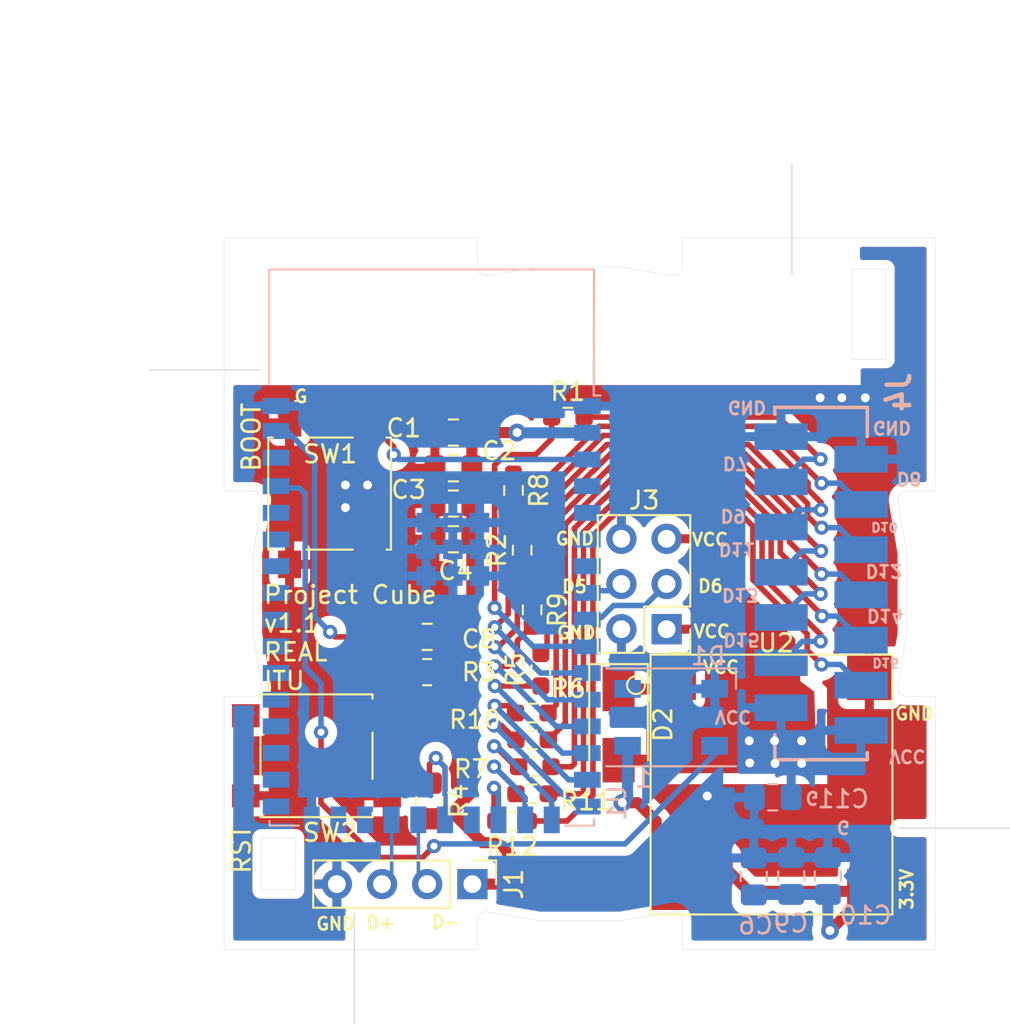
<source format=kicad_pcb>
(kicad_pcb (version 20211014) (generator pcbnew)
  (layers (0 "F.Cu" signal) (31 "B.Cu" signal) (34 "B.Paste" user) (35 "F.Paste" user) (36 "B.SilkS" user "B.Silkscreen") (37 "F.SilkS" user "F.Silkscreen") (38 "B.Mask" user) (39 "F.Mask" user) (44 "Edge.Cuts" user))
  (net 0 "")
  (net 1 "+3V3")
  (net 2 "GND")
  (net 3 "/Vin")
  (net 4 "/RESET")
  (net 5 "/NEOPIX")
  (net 7 "/D+")
  (net 8 "/D-")
  (net 9 "/D5")
  (net 10 "/D6")
  (net 11 "/D7")
  (net 12 "/D8")
  (net 13 "/D9")
  (net 14 "/D10")
  (net 15 "/D11")
  (net 16 "/D12")
  (net 17 "/BOOT0")
  (net 18 "/PSRAMCS")
  (net 19 "/SDA")
  (net 20 "/SCL")
  (net 21 "/MOSI")
  (net 22 "/SCK")
  (net 23 "/MISO")
  (net 24 "/IO38_DBLTAP")
  (net 25 "/TCK")
  (net 26 "/TDO")
  (net 27 "/TDI")
  (net 28 "/TMS_D42")
  (net 29 "/TXD0")
  (net 30 "/RXD0")
  (net 31 "/AD5")
  (net 32 "/AD4")
  (net 33 "/AD3")
  (net 34 "/AD2")
  (net 35 "/D21")
  (net 36 "/AD1")
  (net 37 "/AD0")
  (net 38 "/D16")
  (net 39 "/D15")
  (net 40 "/D14")
  (net 41 "/D13")
  (net 43 "Net-(D2-Pad1)")
  (net 45 "Net-(J4-Pad3)")
  (net 46 "Net-(J4-Pad4)")
  (net 47 "Net-(J4-Pad5)")
  (net 48 "Net-(J4-Pad6)")
  (net 49 "Net-(J4-Pad7)")
  (net 50 "Net-(J4-Pad8)")
  (net 51 "Net-(J4-Pad9)")
  (net 52 "Net-(J4-Pad10)")
  (net 53 "Net-(J4-Pad11)")
  (net 54 "Net-(J4-Pad12)")
  (footprint "Resistor_SMD:R_0805_2012Metric_Pad1.20x1.40mm_HandSolder" (layer "F.Cu") (at 211.328 74.422 180)
    (fp_text reference "R3")
    (fp_text value "10k")
  )
  (footprint "Capacitor_SMD:C_0805_2012Metric_Pad1.18x1.45mm_HandSolder" (layer "F.Cu") (at 211.328 72.4408)
    (fp_text reference "C8")
    (fp_text value "1u")
  )
  (footprint "Connector_PinHeader_2.54mm:PinHeader_2x03_P2.54mm_Vertical" (layer "F.Cu") (at 224.79 72.009 180)
    (fp_text reference "J3")
    (fp_text value "Conn_02x03_Odd_Even")
  )
  (footprint "Capacitor_SMD:C_0805_2012Metric_Pad1.18x1.45mm_HandSolder" (layer "F.Cu") (at 212.8012 66.9544 180)
    (fp_text reference "C4")
    (fp_text value "10u")
  )
  (footprint "Capacitor_SMD:C_0805_2012Metric_Pad1.18x1.45mm_HandSolder" (layer "F.Cu") (at 212.8012 62.9666 180)
    (fp_text reference "C2")
    (fp_text value "10u")
  )
  (footprint "Capacitor_SMD:C_0805_2012Metric_Pad1.18x1.45mm_HandSolder" (layer "F.Cu") (at 212.8012 60.96 180)
    (fp_text reference "C1")
    (fp_text value "10u")
  )
  (footprint "Button_Switch_SMD:SW_SPST_B3S-1000" (layer "F.Cu") (at 205.8416 64.389 90)
    (fp_text reference "SW1")
    (fp_text value "SW_Push")
  )
  (footprint "Button_Switch_SMD:SW_SPST_B3S-1000" (layer "F.Cu") (at 205.105 79.121 180)
    (fp_text reference "SW2")
    (fp_text value "SW_Push")
  )
  (footprint "Resistor_SMD:R_0805_2012Metric_Pad1.20x1.40mm_HandSolder" (layer "F.Cu") (at 211.455 81.661 -90)
    (fp_text reference "R4")
    (fp_text value "10k")
  )
  (footprint "Capacitor_SMD:C_0805_2012Metric_Pad1.18x1.45mm_HandSolder" (layer "F.Cu") (at 212.8012 64.9478 180)
    (fp_text reference "C3")
    (fp_text value "10u")
  )
  (footprint "Resistor_SMD:R_0603_1608Metric_Pad0.98x0.95mm_HandSolder" (layer "F.Cu") (at 217.38 79.74 180)
    (fp_text reference "R11")
    (fp_text value "500")
  )
  (footprint "Resistor_SMD:R_0603_1608Metric_Pad0.98x0.95mm_HandSolder" (layer "F.Cu") (at 216.18 64.21 -90)
    (fp_text reference "R8")
    (fp_text value "500")
  )
  (footprint "Resistor_SMD:R_0603_1608Metric_Pad0.98x0.95mm_HandSolder" (layer "F.Cu") (at 217.72 74.29 90)
    (fp_text reference "R5")
    (fp_text value "500")
  )
  (footprint "Resistor_SMD:R_0603_1608Metric_Pad0.98x0.95mm_HandSolder" (layer "F.Cu") (at 219.24 60.09)
    (fp_text reference "R1")
    (fp_text value "500")
  )
  (footprint "Connector_PinHeader_2.54mm:PinHeader_1x04_P2.54mm_Vertical" (layer "F.Cu") (at 213.868 86.3346 -90)
    (fp_text reference "J1")
    (fp_text value "Conn_01x04_Male")
  )
  (footprint "Resistor_SMD:R_0603_1608Metric_Pad0.98x0.95mm_HandSolder" (layer "F.Cu") (at 217.23 81.26)
    (fp_text reference "R7")
    (fp_text value "500")
  )
  (footprint "Resistor_SMD:R_0603_1608Metric_Pad0.98x0.95mm_HandSolder" (layer "F.Cu") (at 216.67 67.57 90)
    (fp_text reference "R2")
    (fp_text value "500")
  )
  (footprint "Resistor_SMD:R_0603_1608Metric_Pad0.98x0.95mm_HandSolder" (layer "F.Cu") (at 216.1 82.79 180)
    (fp_text reference "R12")
    (fp_text value "500")
  )
  (footprint "Custom:K7803JT-500R3-SMD" (layer "F.Cu") (at 230.69 80.74)
    (fp_text reference "U2")
    (fp_text value "K78xxJT-500R3")
  )
  (footprint "Diode_SMD:D_SMA" (layer "F.Cu") (at 222.09 77.37 -90)
    (fp_text reference "D2")
    (fp_text value "D_Schottky")
  )
  (footprint "Resistor_SMD:R_0603_1608Metric_Pad0.98x0.95mm_HandSolder" (layer "F.Cu") (at 217.23 78.23)
    (fp_text reference "R6")
    (fp_text value "500")
  )
  (footprint "Resistor_SMD:R_0603_1608Metric_Pad0.98x0.95mm_HandSolder" (layer "F.Cu") (at 217.23 70.9225 -90)
    (fp_text reference "R9")
    (fp_text value "500")
  )
  (footprint "Resistor_SMD:R_0603_1608Metric_Pad0.98x0.95mm_HandSolder" (layer "F.Cu") (at 217.21 76.72 180)
    (fp_text reference "R10")
    (fp_text value "500")
  )
  (footprint "Capacitor_SMD:C_0805_2012Metric_Pad1.18x1.45mm_HandSolder" (layer "B.Cu") (at 231.8004 85.8774 90)
    (fp_text reference "C9")
    (fp_text value "22u")
  )
  (footprint "LED_SMD:LED_WS2812B_PLCC4_5.0x5.0mm_P3.2mm" (layer "B.Cu") (at 225.044 76.962)
    (fp_text reference "D1")
    (fp_text value "WS2812B")
  )
  (footprint "Capacitor_SMD:C_0805_2012Metric_Pad1.18x1.45mm_HandSolder" (layer "B.Cu") (at 229.6922 85.9028 90)
    (fp_text reference "C6")
    (fp_text value "0.1u")
  )
  (footprint "Custom:TE_Micromatch_2,54_14_SMD" (layer "B.Cu") (at 233.4768 69.4436 -90)
    (fp_text reference "J4")
    (fp_text value "Conn_02x07_Odd_Even" hide)
  )
  (footprint "Capacitor_SMD:C_0805_2012Metric_Pad1.18x1.45mm_HandSolder" (layer "B.Cu") (at 230.759 81.4578 180)
    (fp_text reference "C11")
    (fp_text value "10u")
  )
  (footprint "Capacitor_SMD:C_0805_2012Metric_Pad1.18x1.45mm_HandSolder" (layer "B.Cu") (at 233.8578 85.8774 90)
    (fp_text reference "C10")
    (fp_text value "22u")
  )
  (footprint "Custom:ESP32-S2-WROVER" (layer "B.Cu") (at 211.582 71.247 180)
    (fp_text reference "U1")
    (fp_text value "ESP32-S2-WROVER")
  )
  (gr_line (start 202.0062 83.7518) (end 203.9112 83.7518) (layer "Edge.Cuts") (width 0.02))
  (gr_line (start 203.9112 86.6518) (end 203.9112 83.7518) (layer "Edge.Cuts") (width 0.02))
  (gr_line (start 235.204 51.7652) (end 237.109 51.7652) (layer "Edge.Cuts") (width 0.02))
  (gr_line (start 237.109 51.7652) (end 237.109 56.8452) (layer "Edge.Cuts") (width 0.02))
  (gr_line (start 235.204 51.7652) (end 235.204 56.8452) (layer "Edge.Cuts") (width 0.02))
  (gr_line (start 237.109 56.8452) (end 235.204 56.8452) (layer "Edge.Cuts") (width 0.02))
  (gr_arc (start 225.677799 51.641949) (mid 225.500568 52.023865) (end 225.094466 52.135008) (layer "Edge.Cuts") (width 0.02))
  (gr_line (start 225.095666 52.135008) (end 222.179 51.642001) (layer "Edge.Cuts") (width 0.02))
  (gr_line (start 201.539715 72.28129) (end 202.032721 75.197957) (layer "Edge.Cuts") (width 0.02))
  (gr_arc (start 237.795511 64.836099) (mid 237.906611 64.429986) (end 238.288509 64.252715) (layer "Edge.Cuts") (width 0.02))
  (gr_line (start 217.650429 88.392001) (end 222.179004 88.392001) (layer "Edge.Cuts") (width 0.02))
  (gr_line (start 201.539715 67.752715) (end 201.539715 72.28129) (layer "Edge.Cuts") (width 0.02))
  (gr_line (start 222.179 51.642001) (end 217.650425 51.642001) (layer "Edge.Cuts") (width 0.02))
  (gr_line (start 238.289715 67.752712) (end 237.796708 64.836045) (layer "Edge.Cuts") (width 0.02))
  (gr_arc (start 202.031507 75.197903) (mid 201.920407 75.604016) (end 201.538509 75.781287) (layer "Edge.Cuts") (width 0.02))
  (gr_line (start 202.032721 64.836049) (end 201.539715 67.752715) (layer "Edge.Cuts") (width 0.02))
  (gr_arc (start 214.732608 52.135003) (mid 214.325729 52.023255) (end 214.149224 51.64) (layer "Edge.Cuts") (width 0.02))
  (gr_line (start 214.733762 87.898994) (end 217.650429 88.392001) (layer "Edge.Cuts") (width 0.02))
  (gr_line (start 238.289715 72.281287) (end 238.289715 67.752712) (layer "Edge.Cuts") (width 0.02))
  (gr_line (start 222.179004 88.392001) (end 225.095671 87.898994) (layer "Edge.Cuts") (width 0.02))
  (gr_arc (start 201.538458 64.252712) (mid 201.920374 64.429944) (end 202.031516 64.836046) (layer "Edge.Cuts") (width 0.02))
  (gr_line (start 237.796708 75.197954) (end 238.289715 72.281287) (layer "Edge.Cuts") (width 0.02))
  (gr_arc (start 214.149221 88.392052) (mid 214.326453 88.010137) (end 214.732554 87.898995) (layer "Edge.Cuts") (width 0.02))
  (gr_arc (start 225.094411 87.899003) (mid 225.500524 88.010103) (end 225.677795 88.392001) (layer "Edge.Cuts") (width 0.02))
  (gr_arc (start 238.288561 75.781289) (mid 237.906645 75.604058) (end 237.795503 75.197957) (layer "Edge.Cuts") (width 0.02))
  (gr_line (start 217.650425 51.642001) (end 214.733759 52.135008) (layer "Edge.Cuts") (width 0.02))
  (gr_line (start 237.87 83.1885) (end 244.093 83.1885) (layer "Edge.Cuts") (width 0.05588))
  (gr_line (start 238.289714 64.252715) (end 239.914714 64.252715) (layer "Edge.Cuts") (width 0.02))
  (gr_line (start 201.539715 75.781286) (end 199.914715 75.781286) (layer "Edge.Cuts") (width 0.02))
  (gr_line (start 199.914715 50.017001) (end 199.914715 64.252715) (layer "Edge.Cuts") (width 0.02))
  (gr_line (start 239.914714 50.017001) (end 225.679 50.017001) (layer "Edge.Cuts") (width 0.02))
  (gr_line (start 199.914715 75.781286) (end 199.914715 90.017) (layer "Edge.Cuts") (width 0.02))
  (gr_line (start 225.679 90.017) (end 239.914714 90.017) (layer "Edge.Cuts") (width 0.02))
  (gr_line (start 231.8385 52.07) (end 231.8385 45.847) (layer "Edge.Cuts") (width 0.05588))
  (gr_line (start 214.149224 51.64) (end 214.150426 50.017001) (layer "Edge.Cuts") (width 0.02))
  (gr_line (start 239.914714 75.78128) (end 238.289714 75.78129) (layer "Edge.Cuts") (width 0.02))
  (gr_line (start 214.150426 90.017) (end 214.150426 88.392) (layer "Edge.Cuts") (width 0.02))
  (gr_line (start 214.150426 50.017001) (end 199.914715 50.017001) (layer "Edge.Cuts") (width 0.02))
  (gr_line (start 199.914715 64.252715) (end 201.539715 64.252711) (layer "Edge.Cuts") (width 0.02))
  (gr_line (start 239.914714 64.252715) (end 239.914714 50.017001) (layer "Edge.Cuts") (width 0.02))
  (gr_line (start 239.914714 90.017) (end 239.914714 75.78128) (layer "Edge.Cuts") (width 0.02))
  (gr_line (start 199.914715 90.017) (end 214.150426 90.017) (layer "Edge.Cuts") (width 0.02))
  (gr_line (start 202.0062 86.6518) (end 203.9112 86.6518) (layer "Edge.Cuts") (width 0.02))
  (gr_line (start 225.679 50.017001) (end 225.679003 51.642001) (layer "Edge.Cuts") (width 0.02))
  (gr_line (start 202.0062 83.7518) (end 202.0062 86.6518) (layer "Edge.Cuts") (width 0.02))
  (gr_line (start 225.679 88.392) (end 225.679 90.017) (layer "Edge.Cuts") (width 0.02))
  (gr_line (start 201.97 57.4315) (end 195.747 57.4315) (layer "Edge.Cuts") (width 0.05588))
  (gr_line (start 207.2315 87.96) (end 207.2315 94.183) (layer "Edge.Cuts") (width 0.05588))
  (gr_text "VCC" (at 238.3282 79.1464 180) (layer "B.SilkS") (effects (font (size 0.7 0.7)) (justify mirror)))
  (gr_text "D7" (at 228.6508 62.6872 180) (layer "B.SilkS") (effects (font (size 0.7 0.7)) (justify mirror)))
  (gr_text "D16" (at 237.109 73.8886 180) (layer "B.SilkS") (effects (font (size 0.5 0.5) (thickness 0.125)) (justify mirror)))
  (gr_text "G" (at 234.7214 83.1342 180) (layer "B.SilkS") (effects (font (size 0.7 0.7)) (justify mirror)))
  (gr_text "VCC" (at 228.5238 76.9366 180) (layer "B.SilkS") (effects (font (size 0.7 0.7)) (justify mirror)))
  (gr_text "D10" (at 237.04 66.26 180) (layer "B.SilkS") (effects (font (size 0.5 0.5) (thickness 0.125)) (justify mirror)))
  (gr_text "D11" (at 228.7524 67.5132 180) (layer "B.SilkS") (effects (font (size 0.7 0.7)) (justify mirror)))
  (gr_text "D9" (at 228.5238 65.6336 180) (layer "B.SilkS") (effects (font (size 0.7 0.7)) (justify mirror)))
  (gr_text "D8" (at 238.4298 63.5508 180) (layer "B.SilkS") (effects (font (size 0.7 0.7)) (justify mirror)))
  (gr_text "D14" (at 237.0836 71.247 180) (layer "B.SilkS") (effects (font (size 0.7 0.7)) (justify mirror)))
  (gr_text "D12" (at 237.0074 68.7324 180) (layer "B.SilkS") (effects (font (size 0.7 0.7)) (justify mirror)))
  (gr_text "D13" (at 228.9302 70.0786 180) (layer "B.SilkS") (effects (font (size 0.7 0.7)) (justify mirror)))
  (gr_text "GND" (at 229.3112 59.5376 180) (layer "B.SilkS") (effects (font (size 0.7 0.7)) (justify mirror)))
  (gr_text "GND" (at 237.4646 60.6806 180) (layer "B.SilkS") (effects (font (size 0.7 0.7)) (justify mirror)))
  (gr_text "D15" (at 229.0064 72.5932 180) (layer "B.SilkS") (effects (font (size 0.7 0.7)) (justify mirror)))
  (gr_text "G" (at 232.9688 81.4832 180) (layer "B.SilkS") (effects (font (size 0.7 0.7)) (justify mirror)))
  (gr_text "D5" (at 219.6084 69.6214) (layer "F.SilkS") (effects (font (size 0.7 0.7))))
  (gr_text "VCC" (at 227.2284 66.9798) (layer "F.SilkS") (effects (font (size 0.7 0.7))))
  (gr_text "D+" (at 208.7118 88.519) (layer "F.SilkS") (effects (font (size 0.7 0.7))))
  (gr_text "D-" (at 212.3694 88.4682) (layer "F.SilkS") (effects (font (size 0.7 0.7))))
  (gr_text "G" (at 204.23 58.93) (layer "F.SilkS") (effects (font (size 0.7 0.7))))
  (gr_text "D6" (at 227.2538 69.596) (layer "F.SilkS") (effects (font (size 0.7 0.7))))
  (gr_text "GND" (at 219.71 72.2122) (layer "F.SilkS") (effects (font (size 0.7 0.7))))
  (gr_text "Project Cube\nv1.1\nREAL\nITU" (at 202.05 72.49) (layer "F.SilkS") (effects (font (size 1 1)) (justify left)))
  (gr_text "3.3V" (at 238.3 86.62 90) (layer "F.SilkS") (effects (font (size 0.7 0.7))))
  (gr_text "VCC" (at 227.33 72.136) (layer "F.SilkS") (effects (font (size 0.7 0.7))))
  (gr_text "GND" (at 238.73 76.76) (layer "F.SilkS") (effects (font (size 0.7 0.7))))
  (gr_text "RST" (at 200.89 84.39 90) (layer "F.SilkS") (effects (font (size 1 1))))
  (gr_text "GND" (at 219.6338 66.929) (layer "F.SilkS") (effects (font (size 0.7 0.7))))
  (gr_text "VCC" (at 227.85 74.15) (layer "F.SilkS") (effects (font (size 0.7 0.7))))
  (gr_text "GND" (at 206.1718 88.5698) (layer "F.SilkS") (effects (font (size 0.7 0.7))))
  (gr_text "BOOT" (at 201.44 61.22 90) (layer "F.SilkS") (effects (font (size 1 1))))
  (segment (start 223.1644 81.7626) (end 222.3008 81.7626) (width 0.625) (layer "F.Cu") (net 1))
  (segment (start 222.7072 86.6648) (end 222.3008 87.0712) (width 0.625) (layer "F.Cu") (net 1))
  (segment (start 224.204978 84.201) (end 224.204978 82.803178) (width 0.625) (layer "F.Cu") (net 1))
  (segment (start 233.9792 88.9508) (end 236.19 86.74) (width 0.625) (layer "F.Cu") (net 1))
  (segment (start 211.455 82.661) (end 212.36 82.661) (width 0.625) (layer "F.Cu") (net 1))
  (segment (start 228.1936 85.5218) (end 228.1936 84.7852) (width 0.625) (layer "F.Cu") (net 1))
  (segment (start 212.725 82.296) (end 213.8387 81.1823) (width 0.625) (layer "F.Cu") (net 1))
  (segment (start 227.6094 84.201) (end 224.204978 84.201) (width 0.625) (layer "F.Cu") (net 1))
  (segment (start 236.19 86.74) (end 229.4118 86.74) (width 0.625) (layer "F.Cu") (net 1))
  (segment (start 213.8387 62.9666) (end 213.8387 64.9478) (width 0.625) (layer "F.Cu") (net 1))
  (segment (start 217.2462 87.0712) (end 216.3064 86.1314) (width 0.625) (layer "F.Cu") (net 1))
  (segment (start 216.1032 86.3346) (end 216.3064 86.1314) (width 0.625) (layer "F.Cu") (net 1))
  (segment (start 213.8387 74.3497) (end 213.8387 66.9544) (width 0.625) (layer "F.Cu") (net 1))
  (segment (start 213.8387 64.9478) (end 213.8387 66.9544) (width 0.625) (layer "F.Cu") (net 1))
  (segment (start 224.204978 82.803178) (end 223.1644 81.7626) (width 0.625) (layer "F.Cu") (net 1))
  (segment (start 228.1936 84.7852) (end 227.6094 84.201) (width 0.625) (layer "F.Cu") (net 1))
  (segment (start 229.4118 86.74) (end 228.1936 85.5218) (width 0.625) (layer "F.Cu") (net 1))
  (segment (start 212.36 82.661) (end 212.725 82.296) (width 0.625) (layer "F.Cu") (net 1))
  (segment (start 212.328 74.422) (end 213.7664 74.422) (width 0.625) (layer "F.Cu") (net 1))
  (segment (start 216.3064 85.0392) (end 215.27169 84.00449) (width 0.625) (layer "F.Cu") (net 1))
  (segment (start 222.3008 87.0712) (end 217.2462 87.0712) (width 0.625) (layer "F.Cu") (net 1))
  (segment (start 213.8387 81.1823) (end 213.8387 74.3497) (width 0.625) (layer "F.Cu") (net 1))
  (segment (start 213.8387 60.96) (end 213.8387 62.9666) (width 0.625) (layer "F.Cu") (net 1))
  (segment (start 222.7072 85.698778) (end 222.7072 86.6648) (width 0.625) (layer "F.Cu") (net 1))
  (segment (start 215.27169 84.00449) (end 214.43349 84.00449) (width 0.625) (layer "F.Cu") (net 1))
  (segment (start 216.3826 60.96) (end 213.8387 60.96) (width 0.625) (layer "F.Cu") (net 1))
  (segment (start 213.7664 74.422) (end 213.8387 74.3497) (width 0.625) (layer "F.Cu") (net 1))
  (segment (start 213.868 86.3346) (end 216.1032 86.3346) (width 0.625) (layer "F.Cu") (net 1))
  (segment (start 224.204978 84.201) (end 222.7072 85.698778) (width 0.625) (layer "F.Cu") (net 1))
  (segment (start 214.43349 84.00449) (end 212.725 82.296) (width 0.625) (layer "F.Cu") (net 1))
  (segment (start 216.3064 86.1314) (end 216.3064 85.0392) (width 0.625) (layer "F.Cu") (net 1))
  (via (at 216.3826 60.96) (size 1) (drill 0.5) (layers "F.Cu" "B.Cu") (net 1))
  (via (at 222.3008 81.7626) (size 1) (drill 0.5) (layers "F.Cu" "B.Cu") (net 1))
  (via (at 233.9792 88.9508) (size 1) (drill 0.5) (layers "F.Cu" "B.Cu") (net 1))
  (segment (start 233.8578 86.9149) (end 231.8004 86.9149) (width 0.625) (layer "B.Cu") (net 1))
  (segment (start 233.8578 86.9149) (end 233.8578 88.8294) (width 0.625) (layer "B.Cu") (net 1))
  (segment (start 222.594 81.4694) (end 222.3008 81.7626) (width 0.625) (layer "B.Cu") (net 1))
  (segment (start 229.7176 86.9149) (end 229.6922 86.9403) (width 0.625) (layer "B.Cu") (net 1))
  (segment (start 222.594 78.562) (end 222.594 81.4694) (width 0.625) (layer "B.Cu") (net 1))
  (segment (start 220.332 60.972) (end 216.3946 60.972) (width 0.625) (layer "B.Cu") (net 1))
  (segment (start 220.092 60.96) (end 220.207 60.845) (width 0.625) (layer "B.Cu") (net 1))
  (segment (start 233.8578 88.8294) (end 233.9792 88.9508) (width 0.625) (layer "B.Cu") (net 1))
  (segment (start 216.3946 60.972) (end 216.3826 60.96) (width 0.625) (layer "B.Cu") (net 1))
  (segment (start 220.207 60.972) (end 220.171499 60.936499) (width 0.625) (layer "B.Cu") (net 1))
  (segment (start 231.8004 86.9149) (end 229.7176 86.9149) (width 0.625) (layer "B.Cu") (net 1))
  (via (at 234.6452 59.0042) (size 1) (drill 0.5) (layers "F.Cu" "B.Cu") (net 2))
  (via (at 227.076 81.3816) (size 1) (drill 0.5) (layers "F.Cu" "B.Cu") (net 2))
  (via (at 233.426 59.0042) (size 1) (drill 0.5) (layers "F.Cu" "B.Cu") (net 2))
  (via (at 207.9752 63.9064) (size 1) (drill 0.5) (layers "F.Cu" "B.Cu") (net 2))
  (via (at 206.7306 63.9064) (size 1) (drill 0.5) (layers "F.Cu" "B.Cu") (net 2))
  (via (at 235.966 59.0042) (size 1) (drill 0.5) (layers "F.Cu" "B.Cu") (net 2))
  (via (at 206.7306 65.1764) (size 1) (drill 0.5) (layers "F.Cu" "B.Cu") (net 2))
  (segment (start 222.09 79.37) (end 224.4 79.37) (width 0.625) (layer "F.Cu") (net 3))
  (segment (start 224.4 79.37) (end 225.32 78.45) (width 0.625) (layer "F.Cu") (net 3))
  (segment (start 229.2858 79.375) (end 229.4382 79.5274) (width 0.625) (layer "F.Cu") (net 3))
  (via (at 232.3846 78.2828) (size 1) (drill 0.5) (layers "F.Cu" "B.Cu") (net 3))
  (via (at 230.8606 78.2828) (size 1) (drill 0.5) (layers "F.Cu" "B.Cu") (net 3))
  (via (at 229.4636 79.5274) (size 1) (drill 0.5) (layers "F.Cu" "B.Cu") (net 3))
  (via (at 229.4382 78.2828) (size 1) (drill 0.5) (layers "F.Cu" "B.Cu") (net 3))
  (via (at 230.886 79.5528) (size 1) (drill 0.5) (layers "F.Cu" "B.Cu") (net 3))
  (via (at 232.3846 79.5528) (size 1) (drill 0.5) (layers "F.Cu" "B.Cu") (net 3))
  (segment (start 209.08 76.871) (end 209.08 75.67) (width 0.3125) (layer "F.Cu") (net 4))
  (segment (start 209.08 75.67) (end 210.328 74.422) (width 0.3125) (layer "F.Cu") (net 4))
  (segment (start 210.2905 72.4408) (end 206.1464 72.4408) (width 0.3125) (layer "F.Cu") (net 4))
  (segment (start 206.1464 72.4408) (end 205.867 72.1614) (width 0.3125) (layer "F.Cu") (net 4))
  (segment (start 210.2905 72.4408) (end 210.2905 74.3845) (width 0.3125) (layer "F.Cu") (net 4))
  (segment (start 210.2905 74.3845) (end 210.328 74.422) (width 0.3125) (layer "F.Cu") (net 4))
  (via (at 205.867 72.1614) (size 0.8) (drill 0.4) (layers "F.Cu" "B.Cu") (net 4))
  (segment (start 205.0034 62.4332) (end 203.4422 60.872) (width 0.3125) (layer "B.Cu") (net 4))
  (segment (start 205.867 72.1614) (end 205.0034 71.2978) (width 0.3125) (layer "B.Cu") (net 4))
  (segment (start 203.4422 60.872) (end 202.832 60.872) (width 0.3125) (layer "B.Cu") (net 4))
  (segment (start 205.0034 71.2978) (end 205.0034 62.4332) (width 0.3125) (layer "B.Cu") (net 4))
  (segment (start 205.359 81.788) (end 208.407 84.836) (width 0.3125) (layer "F.Cu") (net 5))
  (segment (start 208.407 84.836) (end 211.074 84.836) (width 0.3125) (layer "F.Cu") (net 5))
  (segment (start 205.359 81.788) (end 205.359 77.8002) (width 0.3125) (layer "F.Cu") (net 5))
  (segment (start 211.074 84.836) (end 211.709 84.201) (width 0.3125) (layer "F.Cu") (net 5))
  (via (at 211.709 84.201) (size 0.8) (drill 0.4) (layers "F.Cu" "B.Cu") (net 5))
  (via (at 205.359 77.8002) (size 0.8) (drill 0.4) (layers "F.Cu" "B.Cu") (net 5))
  (segment (start 205.359 75.057) (end 204.47 74.168) (width 0.3125) (layer "B.Cu") (net 5))
  (segment (start 205.359 77.8002) (end 205.359 75.057) (width 0.3125) (layer "B.Cu") (net 5))
  (segment (start 202.957 64.072) (end 204.1465 64.072) (width 0.3125) (layer "B.Cu") (net 5))
  (segment (start 211.709 84.201) (end 211.836 84.074) (width 0.3125) (layer "B.Cu") (net 5))
  (segment (start 227.494 79.0332) (end 227.494 78.562) (width 0.3125) (layer "B.Cu") (net 5))
  (segment (start 211.836 84.074) (end 222.4532 84.074) (width 0.3125) (layer "B.Cu") (net 5))
  (segment (start 204.47 64.3955) (end 204.47 74.168) (width 0.3125) (layer "B.Cu") (net 5))
  (segment (start 204.1465 64.072) (end 204.47 64.3955) (width 0.3125) (layer "B.Cu") (net 5))
  (segment (start 222.4532 84.074) (end 227.494 79.0332) (width 0.3125) (layer "B.Cu") (net 5))
  (segment (start 209.332 85.7906) (end 208.788 86.3346) (width 0.2) (layer "B.Cu") (net 7))
  (segment (start 209.332 82.722) (end 209.332 85.7906) (width 0.2) (layer "B.Cu") (net 7))
  (segment (start 210.832 82.722) (end 210.832 85.8386) (width 0.2) (layer "B.Cu") (net 8))
  (segment (start 210.832 85.8386) (end 211.328 86.3346) (width 0.2) (layer "B.Cu") (net 8))
  (segment (start 220.207 69.845) (end 221.874 69.845) (width 0.3125) (layer "B.Cu") (net 9))
  (segment (start 221.874 69.845) (end 222.25 69.469) (width 0.3125) (layer "B.Cu") (net 9))
  (segment (start 223.583749 70.675251) (end 224.79 69.469) (width 0.3125) (layer "B.Cu") (net 10))
  (segment (start 221.805749 70.675251) (end 223.583749 70.675251) (width 0.3125) (layer "B.Cu") (net 10))
  (segment (start 221.136 71.345) (end 221.805749 70.675251) (width 0.3125) (layer "B.Cu") (net 10))
  (segment (start 220.207 71.345) (end 221.136 71.345) (width 0.3125) (layer "B.Cu") (net 10))
  (segment (start 215.71 62.2) (end 217.43 62.2) (width 0.3125) (layer "F.Cu") (net 11))
  (segment (start 215.12 62.79) (end 215.71 62.2) (width 0.3125) (layer "F.Cu") (net 11))
  (segment (start 217.43 62.2) (end 218.3275 61.3025) (width 0.3125) (layer "F.Cu") (net 11))
  (segment (start 215.12 70.81) (end 215.12 62.79) (width 0.3125) (layer "F.Cu") (net 11))
  (segment (start 218.3275 61.3025) (end 218.3275 60.09) (width 0.3125) (layer "F.Cu") (net 11))
  (via (at 215.12 70.81) (size 0.8) (drill 0.4) (layers "F.Cu" "B.Cu") (net 11))
  (segment (start 217.282 72.972) (end 215.12 70.81) (width 0.3125) (layer "B.Cu") (net 11))
  (segment (start 220.332 72.972) (end 217.282 72.972) (width 0.3125) (layer "B.Cu") (net 11))
  (segment (start 215.82 65.4825) (end 216.18 65.1225) (width 0.3125) (layer "F.Cu") (net 12))
  (segment (start 215.82 69.65) (end 215.82 65.4825) (width 0.3125) (layer "F.Cu") (net 12))
  (segment (start 215.13 71.9) (end 215.88721 71.14279) (width 0.3125) (layer "F.Cu") (net 12))
  (segment (start 215.88721 69.71721) (end 215.82 69.65) (width 0.3125) (layer "F.Cu") (net 12))
  (segment (start 215.88721 71.14279) (end 215.88721 69.71721) (width 0.3125) (layer "F.Cu") (net 12))
  (via (at 215.13 71.9) (size 0.8) (drill 0.4) (layers "F.Cu" "B.Cu") (net 12))
  (segment (start 217.702 74.472) (end 215.13 71.9) (width 0.3125) (layer "B.Cu") (net 12))
  (segment (start 220.332 74.472) (end 217.702 74.472) (width 0.3125) (layer "B.Cu") (net 12))
  (segment (start 215.13 73.01) (end 215.318395 73.01) (width 0.3125) (layer "F.Cu") (net 13))
  (segment (start 216.39923 68.75327) (end 216.67 68.4825) (width 0.3125) (layer "F.Cu") (net 13))
  (segment (start 215.318395 73.01) (end 216.39923 71.929165) (width 0.3125) (layer "F.Cu") (net 13))
  (segment (start 216.39923 71.929165) (end 216.39923 68.75327) (width 0.3125) (layer "F.Cu") (net 13))
  (via (at 215.13 73.01) (size 0.8) (drill 0.4) (layers "F.Cu" "B.Cu") (net 13))
  (segment (start 220.332 75.972) (end 218.092 75.972) (width 0.3125) (layer "B.Cu") (net 13))
  (segment (start 218.092 75.972) (end 215.13 73.01) (width 0.3125) (layer "B.Cu") (net 13))
  (segment (start 216.4 73.58) (end 216.4 72.6525) (width 0.3125) (layer "F.Cu") (net 14))
  (segment (start 215.14 74.1) (end 215.88 74.1) (width 0.3125) (layer "F.Cu") (net 14))
  (segment (start 216.4 72.6525) (end 217.21 71.8425) (width 0.3125) (layer "F.Cu") (net 14))
  (segment (start 215.88 74.1) (end 216.4 73.58) (width 0.3125) (layer "F.Cu") (net 14))
  (via (at 215.14 74.1) (size 0.8) (drill 0.4) (layers "F.Cu" "B.Cu") (net 14))
  (segment (start 218.582 77.472) (end 215.21 74.1) (width 0.3125) (layer "B.Cu") (net 14))
  (segment (start 215.21 74.1) (end 215.14 74.1) (width 0.3125) (layer "B.Cu") (net 14))
  (segment (start 218.582 77.472) (end 220.332 77.472) (width 0.3125) (layer "B.Cu") (net 14))
  (segment (start 217.7175 75.2) (end 217.72 75.2025) (width 0.3125) (layer "F.Cu") (net 15))
  (segment (start 215.13 75.2) (end 217.7175 75.2) (width 0.3125) (layer "F.Cu") (net 15))
  (via (at 215.13 75.2) (size 0.8) (drill 0.4) (layers "F.Cu" "B.Cu") (net 15))
  (segment (start 215.17 75.2) (end 215.13 75.2) (width 0.3125) (layer "B.Cu") (net 15))
  (segment (start 218.942 78.972) (end 215.17 75.2) (width 0.3125) (layer "B.Cu") (net 15))
  (segment (start 218.942 78.972) (end 220.332 78.972) (width 0.3125) (layer "B.Cu") (net 15))
  (segment (start 215.12 76.31) (end 215.8875 76.31) (width 0.3125) (layer "F.Cu") (net 16))
  (segment (start 215.8875 76.31) (end 216.2975 76.72) (width 0.3125) (layer "F.Cu") (net 16))
  (via (at 215.12 76.31) (size 0.8) (drill 0.4) (layers "F.Cu" "B.Cu") (net 16))
  (segment (start 219.282 80.472) (end 215.12 76.31) (width 0.3125) (layer "B.Cu") (net 16))
  (segment (start 220.332 80.472) (end 219.282 80.472) (width 0.3125) (layer "B.Cu") (net 16))
  (segment (start 209.4484 62.2046) (end 209.4484 61.7708) (width 0.3125) (layer "F.Cu") (net 17))
  (segment (start 209.4484 61.7708) (end 208.0916 60.414) (width 0.3125) (layer "F.Cu") (net 17))
  (via (at 209.4484 62.2046) (size 0.8) (drill 0.4) (layers "F.Cu" "B.Cu") (net 17))
  (segment (start 209.7158 62.472) (end 209.4484 62.2046) (width 0.3125) (layer "B.Cu") (net 17))
  (segment (start 220.332 62.472) (end 209.7158 62.472) (width 0.3125) (layer "B.Cu") (net 17))
  (segment (start 211.455 79.6055) (end 211.8125 79.248) (width 0.3125) (layer "F.Cu") (net 36))
  (segment (start 211.455 80.661) (end 211.455 79.6055) (width 0.3125) (layer "F.Cu") (net 36))
  (via (at 211.8125 79.248) (size 0.8) (drill 0.4) (layers "F.Cu" "B.Cu") (net 36))
  (segment (start 212.332 82.722) (end 212.332 79.7675) (width 0.3125) (layer "B.Cu") (net 36))
  (segment (start 211.8125 79.248) (end 212.332 79.7675) (width 0.3125) (layer "B.Cu") (net 36))
  (segment (start 215.0872 80.9244) (end 215.0872 82.6897) (width 0.3125) (layer "F.Cu") (net 38))
  (segment (start 215.0872 82.6897) (end 215.1875 82.79) (width 0.3125) (layer "F.Cu") (net 38))
  (via (at 215.0872 80.9244) (size 0.8) (drill 0.4) (layers "F.Cu" "B.Cu") (net 38))
  (segment (start 215.332 82.722) (end 215.332 81.1692) (width 0.3125) (layer "B.Cu") (net 38))
  (segment (start 215.332 81.1692) (end 215.0872 80.9244) (width 0.3125) (layer "B.Cu") (net 38))
  (segment (start 215.09 79.73) (end 216.3175 80.9575) (width 0.3125) (layer "F.Cu") (net 39))
  (segment (start 216.3175 80.9575) (end 216.3175 81.26) (width 0.3125) (layer "F.Cu") (net 39))
  (via (at 215.09 79.73) (size 0.8) (drill 0.4) (layers "F.Cu" "B.Cu") (net 39))
  (segment (start 216.832 82.722) (end 216.832 81.472) (width 0.3125) (layer "B.Cu") (net 39))
  (segment (start 216.832 81.472) (end 215.09 79.73) (width 0.3125) (layer "B.Cu") (net 39))
  (segment (start 215.09 78.5876) (end 215.1551 78.5876) (width 0.3125) (layer "F.Cu") (net 40))
  (segment (start 215.1551 78.5876) (end 216.3075 79.74) (width 0.3125) (layer "F.Cu") (net 40))
  (via (at 215.09 78.5876) (size 0.8) (drill 0.4) (layers "F.Cu" "B.Cu") (net 40))
  (segment (start 215.2601 78.5876) (end 215.09 78.5876) (width 0.3125) (layer "B.Cu") (net 40))
  (segment (start 218.332 82.722) (end 218.332 81.6595) (width 0.3125) (layer "B.Cu") (net 40))
  (segment (start 218.332 81.6595) (end 215.2601 78.5876) (width 0.3125) (layer "B.Cu") (net 40))
  (segment (start 215.1 77.42) (end 215.5075 77.42) (width 0.3125) (layer "F.Cu") (net 41))
  (segment (start 215.5075 77.42) (end 216.3175 78.23) (width 0.3125) (layer "F.Cu") (net 41))
  (via (at 215.1 77.42) (size 0.8) (drill 0.4) (layers "F.Cu" "B.Cu") (net 41))
  (segment (start 219.652 81.972) (end 215.1 77.42) (width 0.3125) (layer "B.Cu") (net 41))
  (segment (start 220.332 81.972) (end 219.652 81.972) (width 0.3125) (layer "B.Cu") (net 41))
  (segment (start 222.09 75.37) (end 224.56 75.37) (width 0.625) (layer "F.Cu") (net 43))
  (segment (start 224.56 75.37) (end 225.19 74.74) (width 0.625) (layer "F.Cu") (net 43))
  (segment (start 220.1525 60.09) (end 231.0828 60.09) (width 0.3125) (layer "F.Cu") (net 45))
  (segment (start 231.0828 60.09) (end 233.4514 62.4586) (width 0.3125) (layer "F.Cu") (net 45))
  (via (at 233.4514 62.4586) (size 0.8) (drill 0.4) (layers "F.Cu" "B.Cu") (net 45))
  (segment (start 233.4514 62.4586) (end 232.4968 62.4586) (width 0.3125) (layer "B.Cu") (net 45))
  (segment (start 232.4968 62.4586) (end 231.2268 63.7286) (width 0.3125) (layer "B.Cu") (net 45))
  (segment (start 218.299272 63.2975) (end 220.987862 60.60891) (width 0.3125) (layer "F.Cu") (net 46))
  (segment (start 216.18 63.2975) (end 218.299272 63.2975) (width 0.3125) (layer "F.Cu") (net 46))
  (segment (start 230.30631 60.60891) (end 233.5022 63.8048) (width 0.3125) (layer "F.Cu") (net 46))
  (segment (start 220.987862 60.60891) (end 230.30631 60.60891) (width 0.3125) (layer "F.Cu") (net 46))
  (via (at 233.5022 63.8048) (size 0.8) (drill 0.4) (layers "F.Cu" "B.Cu") (net 46))
  (segment (start 233.5022 63.8048) (end 234.533 63.8048) (width 0.3125) (layer "B.Cu") (net 46))
  (segment (start 234.533 63.8048) (end 235.7268 64.9986) (width 0.3125) (layer "B.Cu") (net 46))
  (segment (start 221.222304 61.12142) (end 230.08222 61.12142) (width 0.3125) (layer "F.Cu") (net 47))
  (segment (start 217.045827 65.275051) (end 220.185696 62.135182) (width 0.3125) (layer "F.Cu") (net 47))
  (segment (start 216.67 66.6575) (end 217.045827 66.281673) (width 0.3125) (layer "F.Cu") (net 47))
  (segment (start 232.745949 64.166149) (end 233.4768 64.897) (width 0.3125) (layer "F.Cu") (net 47))
  (segment (start 230.08222 61.12142) (end 232.745949 63.785149) (width 0.3125) (layer "F.Cu") (net 47))
  (segment (start 232.745949 63.785149) (end 232.745949 64.166149) (width 0.3125) (layer "F.Cu") (net 47))
  (segment (start 233.4768 64.897) (end 233.4768 65.3034) (width 0.3125) (layer "F.Cu") (net 47))
  (segment (start 217.045827 66.281673) (end 217.045827 65.275051) (width 0.3125) (layer "F.Cu") (net 47))
  (segment (start 220.208542 62.135182) (end 221.222304 61.12142) (width 0.3125) (layer "F.Cu") (net 47))
  (segment (start 220.185696 62.135182) (end 220.208542 62.135182) (width 0.3125) (layer "F.Cu") (net 47))
  (via (at 233.4768 65.3034) (size 0.8) (drill 0.4) (layers "F.Cu" "B.Cu") (net 47))
  (segment (start 233.4768 65.3034) (end 232.192 65.3034) (width 0.3125) (layer "B.Cu") (net 47))
  (segment (start 232.192 65.3034) (end 231.2268 66.2686) (width 0.3125) (layer "B.Cu") (net 47))
  (segment (start 229.40093 61.63393) (end 232.720549 64.953549) (width 0.3125) (layer "F.Cu") (net 48))
  (segment (start 217.557847 65.487116) (end 217.777949 65.267014) (width 0.3125) (layer "F.Cu") (net 48))
  (segment (start 232.720549 65.666401) (end 233.357185 66.303037) (width 0.3125) (layer "F.Cu") (net 48))
  (segment (start 232.720549 64.953549) (end 232.720549 65.666401) (width 0.3125) (layer "F.Cu") (net 48))
  (segment (start 233.357185 66.303037) (end 233.503817 66.303037) (width 0.3125) (layer "F.Cu") (net 48))
  (segment (start 217.777949 65.267014) (end 220.397278 62.647692) (width 0.3125) (layer "F.Cu") (net 48))
  (segment (start 221.434592 61.63393) (end 229.40093 61.63393) (width 0.3125) (layer "F.Cu") (net 48))
  (segment (start 217.557847 69.682153) (end 217.557847 65.487116) (width 0.3125) (layer "F.Cu") (net 48))
  (segment (start 220.420831 62.647691) (end 221.434592 61.63393) (width 0.3125) (layer "F.Cu") (net 48))
  (segment (start 217.23 70.01) (end 217.557847 69.682153) (width 0.3125) (layer "F.Cu") (net 48))
  (segment (start 220.397278 62.647692) (end 220.420831 62.647691) (width 0.3125) (layer "F.Cu") (net 48))
  (via (at 233.503817 66.303037) (size 0.8) (drill 0.4) (layers "F.Cu" "B.Cu") (net 48))
  (segment (start 233.503817 66.303037) (end 234.491237 66.303037) (width 0.3125) (layer "B.Cu") (net 48))
  (segment (start 234.491237 66.303037) (end 235.7268 67.5386) (width 0.3125) (layer "B.Cu") (net 48))
  (segment (start 217.72 73.3775) (end 218.069867 73.027633) (width 0.3125) (layer "F.Cu") (net 49))
  (segment (start 221.64688 62.14644) (end 229.188642 62.14644) (width 0.3125) (layer "F.Cu") (net 49))
  (segment (start 218.290457 65.479303) (end 220.609563 63.160203) (width 0.3125) (layer "F.Cu") (net 49))
  (segment (start 229.188642 62.14644) (end 232.208039 65.165837) (width 0.3125) (layer "F.Cu") (net 49))
  (segment (start 220.609563 63.160203) (end 220.633117 63.160203) (width 0.3125) (layer "F.Cu") (net 49))
  (segment (start 232.208039 65.165837) (end 232.208039 66.346039) (width 0.3125) (layer "F.Cu") (net 49))
  (segment (start 218.069867 73.027633) (end 218.069867 65.699893) (width 0.3125) (layer "F.Cu") (net 49))
  (segment (start 220.633117 63.160203) (end 221.64688 62.14644) (width 0.3125) (layer "F.Cu") (net 49))
  (segment (start 218.069867 65.699893) (end 218.290457 65.479303) (width 0.3125) (layer "F.Cu") (net 49))
  (segment (start 232.208039 66.346039) (end 233.4768 67.6148) (width 0.3125) (layer "F.Cu") (net 49))
  (via (at 233.4768 67.6148) (size 0.8) (drill 0.4) (layers "F.Cu" "B.Cu") (net 49))
  (segment (start 232.4206 67.6148) (end 231.2268 68.8086) (width 0.3125) (layer "B.Cu") (net 49))
  (segment (start 233.4768 67.6148) (end 232.4206 67.6148) (width 0.3125) (layer "B.Cu") (net 49))
  (segment (start 220.82185 63.672712) (end 220.845406 63.672712) (width 0.3125) (layer "F.Cu") (net 50))
  (segment (start 231.695529 67.103529) (end 233.5022 68.9102) (width 0.3125) (layer "F.Cu") (net 50))
  (segment (start 218.581887 76.260613) (end 218.581887 65.91267) (width 0.3125) (layer "F.Cu") (net 50))
  (segment (start 218.1225 76.72) (end 218.581887 76.260613) (width 0.3125) (layer "F.Cu") (net 50))
  (segment (start 218.802965 65.691592) (end 220.82185 63.672712) (width 0.3125) (layer "F.Cu") (net 50))
  (segment (start 231.695529 65.378125) (end 231.695529 67.103529) (width 0.3125) (layer "F.Cu") (net 50))
  (segment (start 218.581887 65.91267) (end 218.802965 65.691592) (width 0.3125) (layer "F.Cu") (net 50))
  (segment (start 220.845406 63.672712) (end 221.859168 62.65895) (width 0.3125) (layer "F.Cu") (net 50))
  (segment (start 221.859168 62.65895) (end 228.976354 62.65895) (width 0.3125) (layer "F.Cu") (net 50))
  (segment (start 228.976354 62.65895) (end 231.695529 65.378125) (width 0.3125) (layer "F.Cu") (net 50))
  (via (at 233.5022 68.9102) (size 0.8) (drill 0.4) (layers "F.Cu" "B.Cu") (net 50))
  (segment (start 233.5022 68.9102) (end 234.5584 68.9102) (width 0.3125) (layer "B.Cu") (net 50))
  (segment (start 234.5584 68.9102) (end 235.7268 70.0786) (width 0.3125) (layer "B.Cu") (net 50))
  (segment (start 222.071456 63.17146) (end 228.764066 63.17146) (width 0.3125) (layer "F.Cu") (net 51))
  (segment (start 231.183019 65.590413) (end 231.18302 67.710272) (width 0.3125) (layer "F.Cu") (net 51))
  (segment (start 221.057695 64.185221) (end 222.071456 63.17146) (width 0.3125) (layer "F.Cu") (net 51))
  (segment (start 231.18302 67.710272) (end 233.4514 69.978652) (width 0.3125) (layer "F.Cu") (net 51))
  (segment (start 219.093907 77.278593) (end 219.093907 66.125447) (width 0.3125) (layer "F.Cu") (net 51))
  (segment (start 228.764066 63.17146) (end 231.183019 65.590413) (width 0.3125) (layer "F.Cu") (net 51))
  (segment (start 219.093907 66.125447) (end 219.315473 65.903881) (width 0.3125) (layer "F.Cu") (net 51))
  (segment (start 233.4514 69.978652) (end 233.4514 70.0278) (width 0.3125) (layer "F.Cu") (net 51))
  (segment (start 221.034137 64.185221) (end 221.057695 64.185221) (width 0.3125) (layer "F.Cu") (net 51))
  (segment (start 219.315473 65.903881) (end 221.034137 64.185221) (width 0.3125) (layer "F.Cu") (net 51))
  (segment (start 218.1425 78.23) (end 219.093907 77.278593) (width 0.3125) (layer "F.Cu") (net 51))
  (via (at 233.4514 70.0278) (size 0.8) (drill 0.4) (layers "F.Cu" "B.Cu") (net 51))
  (segment (start 233.4514 70.0278) (end 232.5476 70.0278) (width 0.3125) (layer "B.Cu") (net 51))
  (segment (start 232.5476 70.0278) (end 231.2268 71.3486) (width 0.3125) (layer "B.Cu") (net 51))
  (segment (start 233.5276 71.223252) (end 233.5276 71.2724) (width 0.3125) (layer "F.Cu") (net 52))
  (segment (start 221.246424 64.69773) (end 221.269984 64.69773) (width 0.3125) (layer "F.Cu") (net 52))
  (segment (start 222.283744 63.68397) (end 228.551778 63.68397) (width 0.3125) (layer "F.Cu") (net 52))
  (segment (start 230.670511 65.802703) (end 230.670511 68.366163) (width 0.3125) (layer "F.Cu") (net 52))
  (segment (start 228.551778 63.68397) (end 230.670511 65.802703) (width 0.3125) (layer "F.Cu") (net 52))
  (segment (start 218.2925 79.74) (end 219.44 79.74) (width 0.3125) (layer "F.Cu") (net 52))
  (segment (start 221.269984 64.69773) (end 222.283744 63.68397) (width 0.3125) (layer "F.Cu") (net 52))
  (segment (start 230.670511 68.366163) (end 233.5276 71.223252) (width 0.3125) (layer "F.Cu") (net 52))
  (segment (start 219.44 79.74) (end 219.605927 79.574073) (width 0.3125) (layer "F.Cu") (net 52))
  (segment (start 219.605927 66.338225) (end 221.246424 64.69773) (width 0.3125) (layer "F.Cu") (net 52))
  (segment (start 219.605927 79.574073) (end 219.605927 66.338225) (width 0.3125) (layer "F.Cu") (net 52))
  (via (at 233.5276 71.2724) (size 0.8) (drill 0.4) (layers "F.Cu" "B.Cu") (net 52))
  (segment (start 234.3806 71.2724) (end 235.7268 72.6186) (width 0.3125) (layer "B.Cu") (net 52))
  (segment (start 233.5276 71.2724) (end 234.3806 71.2724) (width 0.3125) (layer "B.Cu") (net 52))
  (segment (start 220.340491 66.329152) (end 220.340491 66.328459) (width 0.3125) (layer "F.Cu") (net 53))
  (segment (start 220.117947 81.147947) (end 220.117947 66.551696) (width 0.3125) (layer "F.Cu") (net 53))
  (segment (start 220.117947 66.551696) (end 220.340491 66.329152) (width 0.3125) (layer "F.Cu") (net 53))
  (segment (start 230.158001 66.014991) (end 230.158002 69.022054) (width 0.3125) (layer "F.Cu") (net 53))
  (segment (start 222.496032 64.19648) (end 228.33949 64.19648) (width 0.3125) (layer "F.Cu") (net 53))
  (segment (start 230.158002 69.022054) (end 233.4514 72.315452) (width 0.3125) (layer "F.Cu") (net 53))
  (segment (start 218.1425 81.26) (end 220.005894 81.26) (width 0.3125) (layer "F.Cu") (net 53))
  (segment (start 220.340491 66.328459) (end 221.458711 65.210239) (width 0.3125) (layer "F.Cu") (net 53))
  (segment (start 220.005894 81.26) (end 220.117947 81.147947) (width 0.3125) (layer "F.Cu") (net 53))
  (segment (start 233.4514 72.315452) (end 233.4514 72.6948) (width 0.3125) (layer "F.Cu") (net 53))
  (segment (start 221.458711 65.210239) (end 221.482273 65.210239) (width 0.3125) (layer "F.Cu") (net 53))
  (segment (start 221.482273 65.210239) (end 222.496032 64.19648) (width 0.3125) (layer "F.Cu") (net 53))
  (segment (start 228.33949 64.19648) (end 230.158001 66.014991) (width 0.3125) (layer "F.Cu") (net 53))
  (via (at 233.4514 72.6948) (size 0.8) (drill 0.4) (layers "F.Cu" "B.Cu") (net 53))
  (segment (start 232.4206 72.6948) (end 231.2268 73.8886) (width 0.3125) (layer "B.Cu") (net 53))
  (segment (start 233.4514 72.6948) (end 232.4206 72.6948) (width 0.3125) (layer "B.Cu") (net 53))
  (segment (start 229.645492 69.234342) (end 232.695149 72.283999) (width 0.3125) (layer "F.Cu") (net 54))
  (segment (start 221.670999 65.722749) (end 221.694562 65.722748) (width 0.3125) (layer "F.Cu") (net 54))
  (segment (start 220.65 66.743748) (end 221.670999 65.722749) (width 0.3125) (layer "F.Cu") (net 54))
  (segment (start 217.0125 82.79) (end 219.2 82.79) (width 0.3125) (layer "F.Cu") (net 54))
  (segment (start 232.695149 72.283999) (end 232.695149 73.183149) (width 0.3125) (layer "F.Cu") (net 54))
  (segment (start 220.65 81.34) (end 220.65 66.743748) (width 0.3125) (layer "F.Cu") (net 54))
  (segment (start 222.70832 64.70899) (end 228.127202 64.70899) (width 0.3125) (layer "F.Cu") (net 54))
  (segment (start 228.127202 64.70899) (end 229.645491 66.227279) (width 0.3125) (layer "F.Cu") (net 54))
  (segment (start 221.694562 65.722748) (end 222.70832 64.70899) (width 0.3125) (layer "F.Cu") (net 54))
  (segment (start 229.645491 66.227279) (end 229.645492 69.234342) (width 0.3125) (layer "F.Cu") (net 54))
  (segment (start 232.695149 73.183149) (end 233.5022 73.9902) (width 0.3125) (layer "F.Cu") (net 54))
  (segment (start 219.2 82.79) (end 220.65 81.34) (width 0.3125) (layer "F.Cu") (net 54))
  (via (at 233.5022 73.9902) (size 0.8) (drill 0.4) (layers "F.Cu" "B.Cu") (net 54))
  (segment (start 233.5022 73.9902) (end 234.5584 73.9902) (width 0.3125) (layer "B.Cu") (net 54))
  (segment (start 234.5584 73.9902) (end 235.7268 75.1586) (width 0.3125) (layer "B.Cu") (net 54))
  (zone (net 2) (net_name "GND") (layer "F.Cu") (connect_pads (clearance 0.508)) (min_thickness 0.254) (fill yes (thermal_gap 0.508) (thermal_bridge_width 0.508))
    (polygon (pts (xy 239.903 64.2366) (xy 238.252 64.2366) (xy 238.252 75.7936) (xy 239.8776 75.8317) (xy 239.9 80.72) (xy 233.83 80.73) (xy 233.807 75.311) (xy 233.1085 74.676) (xy 233.172 72.1995) (xy 230.251 69.2785) (xy 230.251 66.167) (xy 228.981 64.9605) (xy 222.9485 64.9605) (xy 222.885 72.8345) (xy 222.885 77.2922) (xy 221.7674 77.2922) (xy 221.742 78.359) (xy 221.3864 78.6638) (xy 221.4118 81.3054) (xy 224.0534 81.3308) (xy 224.8408 80.7212) (xy 239.903 80.7085) (xy 239.903 89.9922) (xy 225.7044 89.9922) (xy 225.7044 88.3666) (xy 214.122 88.3666) (xy 214.122 89.9922) (xy 199.9234 89.9922) (xy 199.9234 75.7936) (xy 201.549 75.7936) (xy 201.549 64.2366) (xy 199.9234 64.2366) (xy 199.9488 58.293) (xy 235.712 58.293) (xy 235.6612 50.038) (xy 239.8776 50.038)))
  )
  (zone (net 3) (net_name "/Vin") (layer "F.Cu") (connect_pads (clearance 0.508)) (min_thickness 0.254) (fill yes (thermal_gap 0.508) (thermal_bridge_width 0.508))
    (polygon (pts (xy 229.362 66.3702) (xy 229.362 69.6976) (xy 232.3084 72.4662) (xy 232.3084 74.93) (xy 233.0958 75.5142) (xy 233.2355 80.01) (xy 228.419932 80.099579) (xy 224.4598 80.1116) (xy 223.647 80.0862) (xy 223.647 79.8576) (xy 223.647 79.2988) (xy 223.651059 79.18099) (xy 223.647023 77.597) (xy 223.647 65.5828) (xy 228.5492 65.5828)))
  )
  (zone (net 2) (net_name "GND") (layer "B.Cu") (connect_pads (clearance 0.508)) (min_thickness 0.254) (fill yes (thermal_gap 0.508) (thermal_bridge_width 0.508))
    (polygon (pts (xy 239.903 64.2366) (xy 238.2774 64.2366) (xy 238.2774 75.7936) (xy 239.903 75.7936) (xy 239.903 82.804) (xy 233.68 82.804) (xy 233.68 80.8355) (xy 236.728 80.8355) (xy 236.6645 75.8825) (xy 233.4895 75.8825) (xy 233.4895 74.803) (xy 228.0285 74.803) (xy 227.965 80.899) (xy 230.251 80.899) (xy 230.251 82.9945) (xy 239.8776 82.9945) (xy 239.903 89.9922) (xy 225.7044 89.9922) (xy 225.7044 88.3666) (xy 214.1474 88.3666) (xy 214.1474 89.9922) (xy 199.9234 89.9922) (xy 199.9234 75.7936) (xy 201.549 75.7936) (xy 201.549 64.2366) (xy 199.9234 64.2366) (xy 199.9234 58.293) (xy 235.712 58.293) (xy 235.6612 50.038) (xy 239.8776 50.038)))
  )
  (zone (net 3) (net_name "/Vin") (layer "B.Cu") (connect_pads (clearance 0.508)) (min_thickness 0.254) (fill yes (thermal_gap 0.508) (thermal_bridge_width 0.508))
    (polygon (pts (xy 232.9434 76.4794) (xy 235.966 76.4794) (xy 235.966 80.2386) (xy 233.1339 80.2132) (xy 233.0958 82.3976) (xy 230.886 82.3976) (xy 230.886 80.137) (xy 228.7778 80.137) (xy 228.7778 75.3872) (xy 232.9434 75.3872)))
  )
)
</source>
